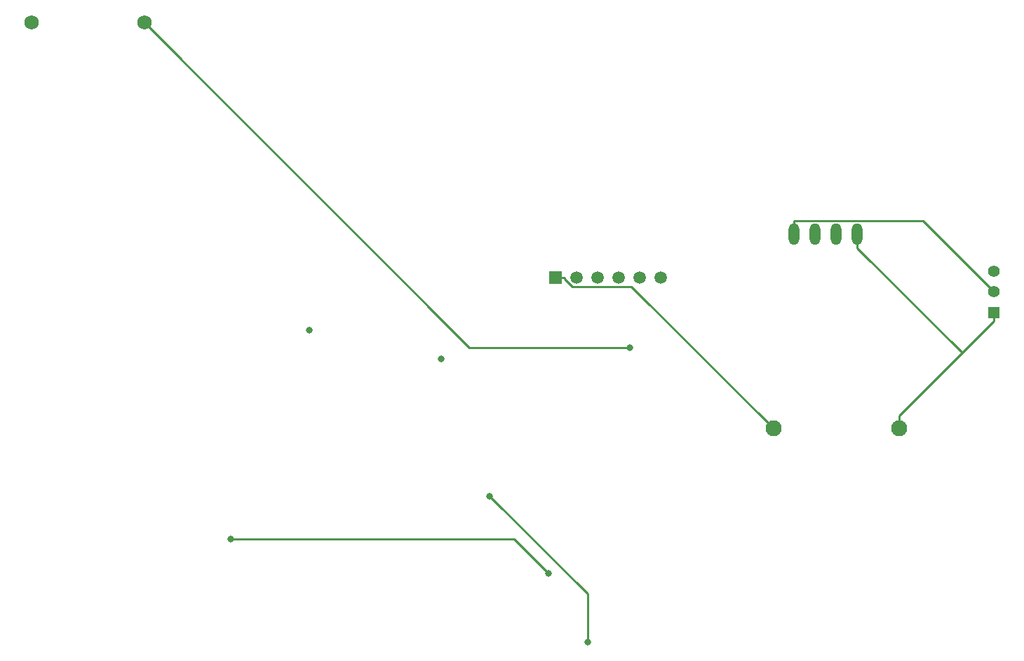
<source format=gbr>
%TF.GenerationSoftware,KiCad,Pcbnew,7.0.7*%
%TF.CreationDate,2024-06-03T23:51:36+07:00*%
%TF.ProjectId,Final Project_Group 4_Electronic Circuit 2,46696e61-6c20-4507-926f-6a6563745f47,rev?*%
%TF.SameCoordinates,Original*%
%TF.FileFunction,Copper,L2,Inr*%
%TF.FilePolarity,Positive*%
%FSLAX46Y46*%
G04 Gerber Fmt 4.6, Leading zero omitted, Abs format (unit mm)*
G04 Created by KiCad (PCBNEW 7.0.7) date 2024-06-03 23:51:36*
%MOMM*%
%LPD*%
G01*
G04 APERTURE LIST*
%TA.AperFunction,ComponentPad*%
%ADD10O,1.308000X2.616000*%
%TD*%
%TA.AperFunction,ComponentPad*%
%ADD11C,1.950000*%
%TD*%
%TA.AperFunction,ComponentPad*%
%ADD12R,1.408000X1.408000*%
%TD*%
%TA.AperFunction,ComponentPad*%
%ADD13C,1.408000*%
%TD*%
%TA.AperFunction,ComponentPad*%
%ADD14R,1.500000X1.500000*%
%TD*%
%TA.AperFunction,ComponentPad*%
%ADD15C,1.500000*%
%TD*%
%TA.AperFunction,ComponentPad*%
%ADD16C,1.755000*%
%TD*%
%TA.AperFunction,ViaPad*%
%ADD17C,0.800000*%
%TD*%
%TA.AperFunction,Conductor*%
%ADD18C,0.250000*%
%TD*%
G04 APERTURE END LIST*
D10*
%TO.N,Net-(ResistorDHT22-Pad1)*%
%TO.C,U2*%
X168910000Y-80689500D03*
%TO.N,Net-(IC1-GND)*%
X173990000Y-80689500D03*
%TO.N,unconnected-(U2-NULL-PadNC)*%
X171450000Y-80689500D03*
%TO.N,Net-(IC1-VCC)*%
X166370000Y-80689500D03*
%TD*%
D11*
%TO.N,Net-(IC1-GND)*%
%TO.C,LS1*%
X163850000Y-104140000D03*
X179050000Y-104140000D03*
%TD*%
D12*
%TO.N,Net-(IC1-GND)*%
%TO.C,S1*%
X190500000Y-90130000D03*
D13*
%TO.N,Net-(IC1-VCC)*%
X190500000Y-87630000D03*
%TO.N,Net-(R1-Pad2)*%
X190500000Y-85130000D03*
%TD*%
D14*
%TO.N,Net-(IC1-GND)*%
%TO.C,U5*%
X137545000Y-85907500D03*
D15*
%TO.N,Net-(IC1-VCC)*%
X140085000Y-85907500D03*
%TO.N,unconnected-(U5-VLCD-Pad3)*%
X142625000Y-85907500D03*
%TO.N,unconnected-(U5-V0-Pad4)*%
X145165000Y-85907500D03*
%TO.N,Net-(U1-IO4)*%
X147705000Y-85907500D03*
%TO.N,Net-(U1-IO5)*%
X150245000Y-85907500D03*
%TD*%
D16*
%TO.N,Net-(U4-VI)*%
%TO.C,BT1*%
X87910000Y-55120000D03*
%TO.N,Net-(IC1-GND)*%
X74320000Y-55120000D03*
%TD*%
D17*
%TO.N,Net-(U4-VI)*%
X146530900Y-94330900D03*
%TO.N,Net-(IC1-GND)*%
X107850000Y-92217500D03*
%TO.N,Net-(Y1-VDD)*%
X129610200Y-112324800D03*
X141415200Y-129914200D03*
%TO.N,Net-(U1-XTAL_N)*%
X136701700Y-121627800D03*
X98335900Y-117487200D03*
%TO.N,Net-(ResistorDHT22-Pad1)*%
X123795000Y-95716400D03*
%TD*%
D18*
%TO.N,Net-(U4-VI)*%
X87910000Y-55120000D02*
X127120800Y-94330800D01*
X146530900Y-94330800D02*
X146530900Y-94330900D01*
X127120800Y-94330800D02*
X146530900Y-94330800D01*
%TO.N,Net-(IC1-GND)*%
X139564100Y-86984400D02*
X138621900Y-86042200D01*
X186663300Y-94997600D02*
X173990000Y-82324400D01*
X186663300Y-94997600D02*
X179050000Y-102610900D01*
X190500000Y-91160900D02*
X186663300Y-94997600D01*
X173990000Y-80689500D02*
X173990000Y-82324400D01*
X138621900Y-86042200D02*
X138621900Y-85907500D01*
X190500000Y-90130000D02*
X190500000Y-91160900D01*
X179050000Y-102610900D02*
X179050000Y-104140000D01*
X163850000Y-104140000D02*
X146694400Y-86984400D01*
X137545000Y-85907500D02*
X138621900Y-85907500D01*
X146694400Y-86984400D02*
X139564100Y-86984400D01*
%TO.N,Net-(IC1-VCC)*%
X166370000Y-80689500D02*
X166370000Y-79054600D01*
X181924600Y-79054600D02*
X166370000Y-79054600D01*
X190500000Y-87630000D02*
X181924600Y-79054600D01*
%TO.N,Net-(Y1-VDD)*%
X141415200Y-124129800D02*
X141415200Y-129914200D01*
X129610200Y-112324800D02*
X141415200Y-124129800D01*
%TO.N,Net-(U1-XTAL_N)*%
X98335900Y-117487200D02*
X132561100Y-117487200D01*
X132561100Y-117487200D02*
X136701700Y-121627800D01*
%TD*%
M02*

</source>
